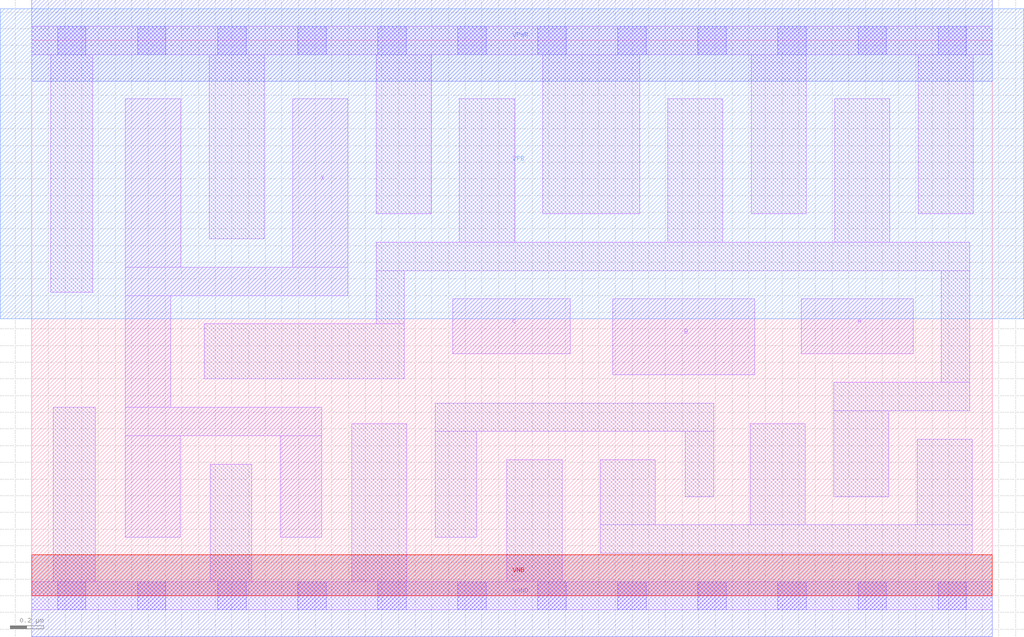
<source format=lef>
# Copyright 2020 The SkyWater PDK Authors
#
# Licensed under the Apache License, Version 2.0 (the "License");
# you may not use this file except in compliance with the License.
# You may obtain a copy of the License at
#
#     https://www.apache.org/licenses/LICENSE-2.0
#
# Unless required by applicable law or agreed to in writing, software
# distributed under the License is distributed on an "AS IS" BASIS,
# WITHOUT WARRANTIES OR CONDITIONS OF ANY KIND, either express or implied.
# See the License for the specific language governing permissions and
# limitations under the License.
#
# SPDX-License-Identifier: Apache-2.0

VERSION 5.7 ;
  NOWIREEXTENSIONATPIN ON ;
  DIVIDERCHAR "/" ;
  BUSBITCHARS "[]" ;
MACRO sky130_fd_sc_ls__and3_4
  CLASS CORE ;
  FOREIGN sky130_fd_sc_ls__and3_4 ;
  ORIGIN  0.000000  0.000000 ;
  SIZE  5.760000 BY  3.330000 ;
  SYMMETRY X Y ;
  SITE unit ;
  PIN A
    ANTENNAGATEAREA  0.444000 ;
    DIRECTION INPUT ;
    USE SIGNAL ;
    PORT
      LAYER li1 ;
        RECT 4.615000 1.450000 5.285000 1.780000 ;
    END
  END A
  PIN B
    ANTENNAGATEAREA  0.444000 ;
    DIRECTION INPUT ;
    USE SIGNAL ;
    PORT
      LAYER li1 ;
        RECT 3.485000 1.325000 4.335000 1.780000 ;
    END
  END B
  PIN C
    ANTENNAGATEAREA  0.444000 ;
    DIRECTION INPUT ;
    USE SIGNAL ;
    PORT
      LAYER li1 ;
        RECT 2.525000 1.450000 3.230000 1.780000 ;
    END
  END C
  PIN X
    ANTENNADIFFAREA  1.086400 ;
    DIRECTION OUTPUT ;
    USE SIGNAL ;
    PORT
      LAYER li1 ;
        RECT 0.560000 0.350000 0.890000 0.960000 ;
        RECT 0.560000 0.960000 1.740000 1.130000 ;
        RECT 0.560000 1.130000 0.835000 1.800000 ;
        RECT 0.560000 1.800000 1.895000 1.970000 ;
        RECT 0.560000 1.970000 0.895000 2.980000 ;
        RECT 1.490000 0.350000 1.740000 0.960000 ;
        RECT 1.565000 1.970000 1.895000 2.980000 ;
    END
  END X
  PIN VGND
    DIRECTION INOUT ;
    SHAPE ABUTMENT ;
    USE GROUND ;
    PORT
      LAYER met1 ;
        RECT 0.000000 -0.245000 5.760000 0.245000 ;
    END
  END VGND
  PIN VNB
    DIRECTION INOUT ;
    USE GROUND ;
    PORT
      LAYER pwell ;
        RECT 0.000000 0.000000 5.760000 0.245000 ;
    END
  END VNB
  PIN VPB
    DIRECTION INOUT ;
    USE POWER ;
    PORT
      LAYER nwell ;
        RECT -0.190000 1.660000 5.950000 3.520000 ;
    END
  END VPB
  PIN VPWR
    DIRECTION INOUT ;
    SHAPE ABUTMENT ;
    USE POWER ;
    PORT
      LAYER met1 ;
        RECT 0.000000 3.085000 5.760000 3.575000 ;
    END
  END VPWR
  OBS
    LAYER li1 ;
      RECT 0.000000 -0.085000 5.760000 0.085000 ;
      RECT 0.000000  3.245000 5.760000 3.415000 ;
      RECT 0.115000  1.820000 0.365000 3.245000 ;
      RECT 0.130000  0.085000 0.380000 1.130000 ;
      RECT 1.035000  1.300000 2.235000 1.630000 ;
      RECT 1.065000  2.140000 1.395000 3.245000 ;
      RECT 1.070000  0.085000 1.320000 0.790000 ;
      RECT 1.920000  0.085000 2.250000 1.030000 ;
      RECT 2.065000  1.630000 2.235000 1.950000 ;
      RECT 2.065000  1.950000 5.625000 2.120000 ;
      RECT 2.065000  2.290000 2.395000 3.245000 ;
      RECT 2.420000  0.350000 2.670000 0.985000 ;
      RECT 2.420000  0.985000 4.090000 1.155000 ;
      RECT 2.565000  2.120000 2.895000 2.980000 ;
      RECT 2.850000  0.085000 3.180000 0.815000 ;
      RECT 3.065000  2.290000 3.645000 3.245000 ;
      RECT 3.410000  0.255000 5.640000 0.425000 ;
      RECT 3.410000  0.425000 3.740000 0.815000 ;
      RECT 3.815000  2.120000 4.145000 2.980000 ;
      RECT 3.920000  0.595000 4.090000 0.985000 ;
      RECT 4.310000  0.425000 4.640000 1.030000 ;
      RECT 4.315000  2.290000 4.645000 3.245000 ;
      RECT 4.810000  0.595000 5.140000 1.110000 ;
      RECT 4.810000  1.110000 5.625000 1.280000 ;
      RECT 4.815000  2.120000 5.145000 2.980000 ;
      RECT 5.310000  0.425000 5.640000 0.940000 ;
      RECT 5.315000  2.290000 5.645000 3.245000 ;
      RECT 5.455000  1.280000 5.625000 1.950000 ;
    LAYER mcon ;
      RECT 0.155000 -0.085000 0.325000 0.085000 ;
      RECT 0.155000  3.245000 0.325000 3.415000 ;
      RECT 0.635000 -0.085000 0.805000 0.085000 ;
      RECT 0.635000  3.245000 0.805000 3.415000 ;
      RECT 1.115000 -0.085000 1.285000 0.085000 ;
      RECT 1.115000  3.245000 1.285000 3.415000 ;
      RECT 1.595000 -0.085000 1.765000 0.085000 ;
      RECT 1.595000  3.245000 1.765000 3.415000 ;
      RECT 2.075000 -0.085000 2.245000 0.085000 ;
      RECT 2.075000  3.245000 2.245000 3.415000 ;
      RECT 2.555000 -0.085000 2.725000 0.085000 ;
      RECT 2.555000  3.245000 2.725000 3.415000 ;
      RECT 3.035000 -0.085000 3.205000 0.085000 ;
      RECT 3.035000  3.245000 3.205000 3.415000 ;
      RECT 3.515000 -0.085000 3.685000 0.085000 ;
      RECT 3.515000  3.245000 3.685000 3.415000 ;
      RECT 3.995000 -0.085000 4.165000 0.085000 ;
      RECT 3.995000  3.245000 4.165000 3.415000 ;
      RECT 4.475000 -0.085000 4.645000 0.085000 ;
      RECT 4.475000  3.245000 4.645000 3.415000 ;
      RECT 4.955000 -0.085000 5.125000 0.085000 ;
      RECT 4.955000  3.245000 5.125000 3.415000 ;
      RECT 5.435000 -0.085000 5.605000 0.085000 ;
      RECT 5.435000  3.245000 5.605000 3.415000 ;
  END
END sky130_fd_sc_ls__and3_4
END LIBRARY

</source>
